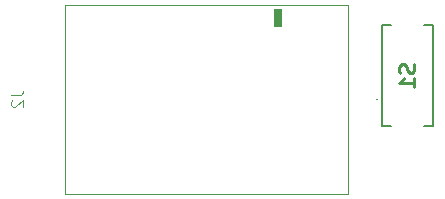
<source format=gbr>
%TF.GenerationSoftware,KiCad,Pcbnew,8.0.6*%
%TF.CreationDate,2025-01-20T01:55:32+01:00*%
%TF.ProjectId,Thermometer_CD_Project,54686572-6d6f-46d6-9574-65725f43445f,rev?*%
%TF.SameCoordinates,Original*%
%TF.FileFunction,Legend,Bot*%
%TF.FilePolarity,Positive*%
%FSLAX46Y46*%
G04 Gerber Fmt 4.6, Leading zero omitted, Abs format (unit mm)*
G04 Created by KiCad (PCBNEW 8.0.6) date 2025-01-20 01:55:32*
%MOMM*%
%LPD*%
G01*
G04 APERTURE LIST*
%ADD10C,0.254000*%
%ADD11C,0.100000*%
%ADD12C,0.200000*%
%ADD13R,0.700000X1.600000*%
G04 APERTURE END LIST*
D10*
X177389842Y-89032380D02*
X177450318Y-89213809D01*
X177450318Y-89213809D02*
X177450318Y-89516190D01*
X177450318Y-89516190D02*
X177389842Y-89637142D01*
X177389842Y-89637142D02*
X177329365Y-89697618D01*
X177329365Y-89697618D02*
X177208413Y-89758095D01*
X177208413Y-89758095D02*
X177087461Y-89758095D01*
X177087461Y-89758095D02*
X176966508Y-89697618D01*
X176966508Y-89697618D02*
X176906032Y-89637142D01*
X176906032Y-89637142D02*
X176845556Y-89516190D01*
X176845556Y-89516190D02*
X176785080Y-89274285D01*
X176785080Y-89274285D02*
X176724603Y-89153333D01*
X176724603Y-89153333D02*
X176664127Y-89092856D01*
X176664127Y-89092856D02*
X176543175Y-89032380D01*
X176543175Y-89032380D02*
X176422222Y-89032380D01*
X176422222Y-89032380D02*
X176301270Y-89092856D01*
X176301270Y-89092856D02*
X176240794Y-89153333D01*
X176240794Y-89153333D02*
X176180318Y-89274285D01*
X176180318Y-89274285D02*
X176180318Y-89576666D01*
X176180318Y-89576666D02*
X176240794Y-89758095D01*
X177450318Y-90967619D02*
X177450318Y-90241904D01*
X177450318Y-90604761D02*
X176180318Y-90604761D01*
X176180318Y-90604761D02*
X176361746Y-90483809D01*
X176361746Y-90483809D02*
X176482699Y-90362857D01*
X176482699Y-90362857D02*
X176543175Y-90241904D01*
D11*
X143307419Y-91666666D02*
X144021704Y-91666666D01*
X144021704Y-91666666D02*
X144164561Y-91619047D01*
X144164561Y-91619047D02*
X144259800Y-91523809D01*
X144259800Y-91523809D02*
X144307419Y-91380952D01*
X144307419Y-91380952D02*
X144307419Y-91285714D01*
X143402657Y-92095238D02*
X143355038Y-92142857D01*
X143355038Y-92142857D02*
X143307419Y-92238095D01*
X143307419Y-92238095D02*
X143307419Y-92476190D01*
X143307419Y-92476190D02*
X143355038Y-92571428D01*
X143355038Y-92571428D02*
X143402657Y-92619047D01*
X143402657Y-92619047D02*
X143497895Y-92666666D01*
X143497895Y-92666666D02*
X143593133Y-92666666D01*
X143593133Y-92666666D02*
X143735990Y-92619047D01*
X143735990Y-92619047D02*
X144307419Y-92047619D01*
X144307419Y-92047619D02*
X144307419Y-92666666D01*
%TO.C,S1*%
X174176000Y-92000000D02*
X174176000Y-92000000D01*
X174276000Y-92000000D02*
X174276000Y-92000000D01*
D12*
X174726000Y-85700000D02*
X174726000Y-94300000D01*
X174726000Y-94300000D02*
X175476000Y-94300000D01*
X175476000Y-85700000D02*
X174726000Y-85700000D01*
X178276000Y-85700000D02*
X179026000Y-85700000D01*
X179026000Y-85700000D02*
X179026000Y-94300000D01*
X179026000Y-94300000D02*
X178276000Y-94300000D01*
D11*
X174176000Y-92000000D02*
G75*
G02*
X174276000Y-92000000I50000J0D01*
G01*
X174276000Y-92000000D02*
G75*
G02*
X174176000Y-92000000I-50000J0D01*
G01*
%TO.C,J2*%
X147850000Y-84000000D02*
X171850000Y-84000000D01*
X171850000Y-100000000D01*
X147850000Y-100000000D01*
X147850000Y-84000000D01*
%TD*%
D13*
%TO.C,L2*%
X165900000Y-85100000D03*
%TD*%
M02*

</source>
